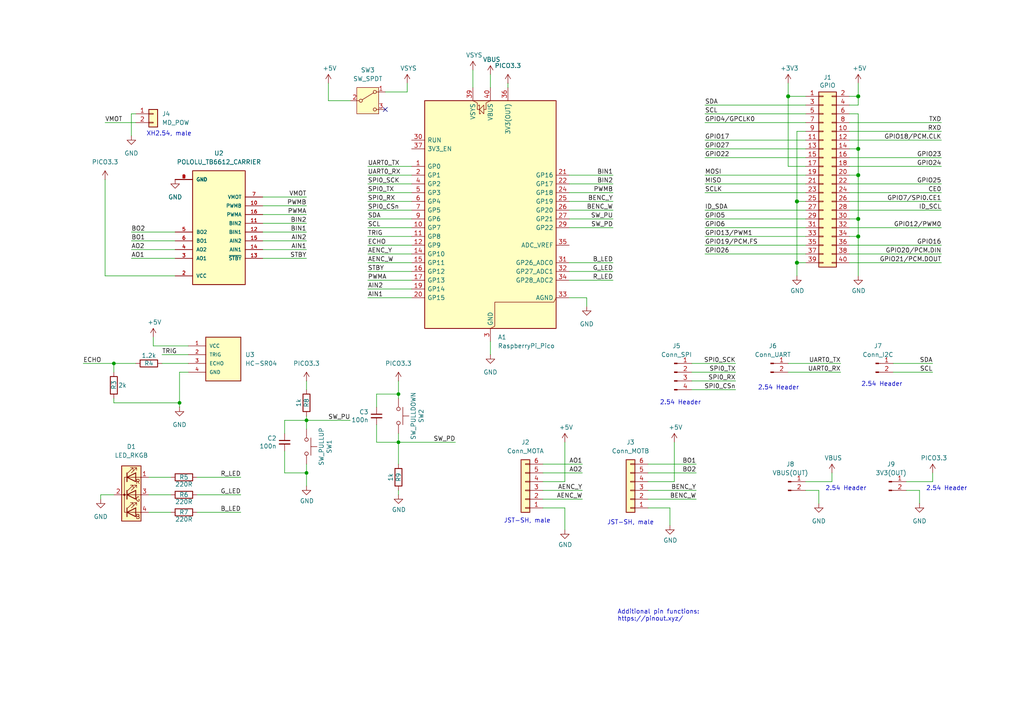
<source format=kicad_sch>
(kicad_sch (version 20250114) (generator "eeschema") (generator_version "9.0")
  (paper "A4")
  (title_block (title "RPi Expansion for Pico and Motor Driver (The Cerebellum)") (date "2025-04-18") (rev "0.0.0"))
  (lib_symbols
    (symbol "+3.3V_1" (power) (pin_numbers (hide yes)) (pin_names (offset 0) (hide yes))
      (property "Value" "+3.3V" (at 0 3.556 0))
      (symbol "+3.3V_1_0_1"
        (polyline (pts (xy -0.762 1.27) (xy 0 2.54)))
        (polyline (pts (xy 0 2.54) (xy 0.762 1.27)))
        (polyline (pts (xy 0 0) (xy 0 2.54)))
      )
      (symbol "+3.3V_1_1_1"
        (pin power_in line (at 0 0 90) (length 0) (name "~") (number "1"))
      )
    )
    (symbol "Connector:Conn_01x02_Pin" (pin_names (offset 1.016) (hide yes))
      (property "Reference" "J" (at 0 2.54 0))
      (property "Value" "Conn_01x02_Pin" (at 0 -5.08 0))
      (symbol "Conn_01x02_Pin_1_1"
        (rectangle (start 0.8636 0.127) (end 0 -0.127) (stroke (width 0.1524)) (fill (type outline)))
        (rectangle (start 0.8636 -2.413) (end 0 -2.667) (stroke (width 0.1524)) (fill (type outline)))
        (polyline (pts (xy 1.27 0) (xy 0.8636 0)) (stroke (width 0.1524)))
        (polyline (pts (xy 1.27 -2.54) (xy 0.8636 -2.54)) (stroke (width 0.1524)))
        (pin passive line (at 5.08 0 180) (length 3.81) (name "Pin_1") (number "1"))
        (pin passive line (at 5.08 -2.54 180) (length 3.81) (name "Pin_2") (number "2"))
      )
    )
    (symbol "Connector:Conn_01x04_Pin" (pin_names (offset 1.016) (hide yes))
      (property "Reference" "J" (at 0 5.08 0))
      (property "Value" "Conn_01x04_Pin" (at 0 -7.62 0))
      (symbol "Conn_01x04_Pin_1_1"
        (rectangle (start 0.8636 2.667) (end 0 2.413) (stroke (width 0.1524)) (fill (type outline)))
        (rectangle (start 0.8636 0.127) (end 0 -0.127) (stroke (width 0.1524)) (fill (type outline)))
        (rectangle (start 0.8636 -2.413) (end 0 -2.667) (stroke (width 0.1524)) (fill (type outline)))
        (rectangle (start 0.8636 -4.953) (end 0 -5.207) (stroke (width 0.1524)) (fill (type outline)))
        (polyline (pts (xy 1.27 2.54) (xy 0.8636 2.54)) (stroke (width 0.1524)))
        (polyline (pts (xy 1.27 0) (xy 0.8636 0)) (stroke (width 0.1524)))
        (polyline (pts (xy 1.27 -2.54) (xy 0.8636 -2.54)) (stroke (width 0.1524)))
        (polyline (pts (xy 1.27 -5.08) (xy 0.8636 -5.08)) (stroke (width 0.1524)))
        (pin passive line (at 5.08 2.54 180) (length 3.81) (name "Pin_1") (number "1"))
        (pin passive line (at 5.08 0 180) (length 3.81) (name "Pin_2") (number "2"))
        (pin passive line (at 5.08 -2.54 180) (length 3.81) (name "Pin_3") (number "3"))
        (pin passive line (at 5.08 -5.08 180) (length 3.81) (name "Pin_4") (number "4"))
      )
    )
    (symbol "Connector_Generic:Conn_01x02" (pin_names (offset 1.016) (hide yes))
      (property "Reference" "J" (at 0 2.54 0))
      (property "Value" "Conn_01x02" (at 0 -5.08 0))
      (symbol "Conn_01x02_1_1"
        (rectangle (start -1.27 1.27) (end 1.27 -3.81) (stroke (width 0.254)) (fill (type background)))
        (rectangle (start -1.27 0.127) (end 0 -0.127) (stroke (width 0.1524)))
        (rectangle (start -1.27 -2.413) (end 0 -2.667) (stroke (width 0.1524)))
        (pin passive line (at -5.08 0 0) (length 3.81) (name "Pin_1") (number "1"))
        (pin passive line (at -5.08 -2.54 0) (length 3.81) (name "Pin_2") (number "2"))
      )
    )
    (symbol "Connector_Generic:Conn_01x06" (pin_names (offset 1.016) (hide yes))
      (property "Reference" "J" (at 0 7.62 0))
      (property "Value" "Conn_01x06" (at 0 -10.16 0))
      (symbol "Conn_01x06_1_1"
        (rectangle (start -1.27 6.35) (end 1.27 -8.89) (stroke (width 0.254)) (fill (type background)))
        (rectangle (start -1.27 5.207) (end 0 4.953) (stroke (width 0.1524)))
        (rectangle (start -1.27 2.667) (end 0 2.413) (stroke (width 0.1524)))
        (rectangle (start -1.27 0.127) (end 0 -0.127) (stroke (width 0.1524)))
        (rectangle (start -1.27 -2.413) (end 0 -2.667) (stroke (width 0.1524)))
        (rectangle (start -1.27 -4.953) (end 0 -5.207) (stroke (width 0.1524)))
        (rectangle (start -1.27 -7.493) (end 0 -7.747) (stroke (width 0.1524)))
        (pin passive line (at -5.08 5.08 0) (length 3.81) (name "Pin_1") (number "1"))
        (pin passive line (at -5.08 2.54 0) (length 3.81) (name "Pin_2") (number "2"))
        (pin passive line (at -5.08 0 0) (length 3.81) (name "Pin_3") (number "3"))
        (pin passive line (at -5.08 -2.54 0) (length 3.81) (name "Pin_4") (number "4"))
        (pin passive line (at -5.08 -5.08 0) (length 3.81) (name "Pin_5") (number "5"))
        (pin passive line (at -5.08 -7.62 0) (length 3.81) (name "Pin_6") (number "6"))
      )
    )
    (symbol "Connector_Generic:Conn_02x20_Odd_Even" (pin_names (offset 1.016) (hide yes))
      (property "Reference" "J" (at 1.27 25.4 0))
      (property "Value" "Conn_02x20_Odd_Even" (at 1.27 -27.94 0))
      (symbol "Conn_02x20_Odd_Even_1_1"
        (rectangle (start -1.27 24.13) (end 3.81 -26.67) (stroke (width 0.254)) (fill (type background)))
        (rectangle (start -1.27 22.987) (end 0 22.733) (stroke (width 0.1524)))
        (rectangle (start -1.27 20.447) (end 0 20.193) (stroke (width 0.1524)))
        (rectangle (start -1.27 17.907) (end 0 17.653) (stroke (width 0.1524)))
        (rectangle (start -1.27 15.367) (end 0 15.113) (stroke (width 0.1524)))
        (rectangle (start -1.27 12.827) (end 0 12.573) (stroke (width 0.1524)))
        (rectangle (start -1.27 10.287) (end 0 10.033) (stroke (width 0.1524)))
        (rectangle (start -1.27 7.747) (end 0 7.493) (stroke (width 0.1524)))
        (rectangle (start -1.27 5.207) (end 0 4.953) (stroke (width 0.1524)))
        (rectangle (start -1.27 2.667) (end 0 2.413) (stroke (width 0.1524)))
        (rectangle (start -1.27 0.127) (end 0 -0.127) (stroke (width 0.1524)))
        (rectangle (start -1.27 -2.413) (end 0 -2.667) (stroke (width 0.1524)))
        (rectangle (start -1.27 -4.953) (end 0 -5.207) (stroke (width 0.1524)))
        (rectangle (start -1.27 -7.493) (end 0 -7.747) (stroke (width 0.1524)))
        (rectangle (start -1.27 -10.033) (end 0 -10.287) (stroke (width 0.1524)))
        (rectangle (start -1.27 -12.573) (end 0 -12.827) (stroke (width 0.1524)))
        (rectangle (start -1.27 -15.113) (end 0 -15.367) (stroke (width 0.1524)))
        (rectangle (start -1.27 -17.653) (end 0 -17.907) (stroke (width 0.1524)))
        (rectangle (start -1.27 -20.193) (end 0 -20.447) (stroke (width 0.1524)))
        (rectangle (start -1.27 -22.733) (end 0 -22.987) (stroke (width 0.1524)))
        (rectangle (start -1.27 -25.273) (end 0 -25.527) (stroke (width 0.1524)))
        (rectangle (start 3.81 22.987) (end 2.54 22.733) (stroke (width 0.1524)))
        (rectangle (start 3.81 20.447) (end 2.54 20.193) (stroke (width 0.1524)))
        (rectangle (start 3.81 17.907) (end 2.54 17.653) (stroke (width 0.1524)))
        (rectangle (start 3.81 15.367) (end 2.54 15.113) (stroke (width 0.1524)))
        (rectangle (start 3.81 12.827) (end 2.54 12.573) (stroke (width 0.1524)))
        (rectangle (start 3.81 10.287) (end 2.54 10.033) (stroke (width 0.1524)))
        (rectangle (start 3.81 7.747) (end 2.54 7.493) (stroke (width 0.1524)))
        (rectangle (start 3.81 5.207) (end 2.54 4.953) (stroke (width 0.1524)))
        (rectangle (start 3.81 2.667) (end 2.54 2.413) (stroke (width 0.1524)))
        (rectangle (start 3.81 0.127) (end 2.54 -0.127) (stroke (width 0.1524)))
        (rectangle (start 3.81 -2.413) (end 2.54 -2.667) (stroke (width 0.1524)))
        (rectangle (start 3.81 -4.953) (end 2.54 -5.207) (stroke (width 0.1524)))
        (rectangle (start 3.81 -7.493) (end 2.54 -7.747) (stroke (width 0.1524)))
        (rectangle (start 3.81 -10.033) (end 2.54 -10.287) (stroke (width 0.1524)))
        (rectangle (start 3.81 -12.573) (end 2.54 -12.827) (stroke (width 0.1524)))
        (rectangle (start 3.81 -15.113) (end 2.54 -15.367) (stroke (width 0.1524)))
        (rectangle (start 3.81 -17.653) (end 2.54 -17.907) (stroke (width 0.1524)))
        (rectangle (start 3.81 -20.193) (end 2.54 -20.447) (stroke (width 0.1524)))
        (rectangle (start 3.81 -22.733) (end 2.54 -22.987) (stroke (width 0.1524)))
        (rectangle (start 3.81 -25.273) (end 2.54 -25.527) (stroke (width 0.1524)))
        (pin passive line (at -5.08 22.86 0) (length 3.81) (name "Pin_1") (number "1"))
        (pin passive line (at -5.08 20.32 0) (length 3.81) (name "Pin_3") (number "3"))
        (pin passive line (at -5.08 17.78 0) (length 3.81) (name "Pin_5") (number "5"))
        (pin passive line (at -5.08 15.24 0) (length 3.81) (name "Pin_7") (number "7"))
        (pin passive line (at -5.08 12.7 0) (length 3.81) (name "Pin_9") (number "9"))
        (pin passive line (at -5.08 10.16 0) (length 3.81) (name "Pin_11") (number "11"))
        (pin passive line (at -5.08 7.62 0) (length 3.81) (name "Pin_13") (number "13"))
        (pin passive line (at -5.08 5.08 0) (length 3.81) (name "Pin_15") (number "15"))
        (pin passive line (at -5.08 2.54 0) (length 3.81) (name "Pin_17") (number "17"))
        (pin passive line (at -5.08 0 0) (length 3.81) (name "Pin_19") (number "19"))
        (pin passive line (at -5.08 -2.54 0) (length 3.81) (name "Pin_21") (number "21"))
        (pin passive line (at -5.08 -5.08 0) (length 3.81) (name "Pin_23") (number "23"))
        (pin passive line (at -5.08 -7.62 0) (length 3.81) (name "Pin_25") (number "25"))
        (pin passive line (at -5.08 -10.16 0) (length 3.81) (name "Pin_27") (number "27"))
        (pin passive line (at -5.08 -12.7 0) (length 3.81) (name "Pin_29") (number "29"))
        (pin passive line (at -5.08 -15.24 0) (length 3.81) (name "Pin_31") (number "31"))
        (pin passive line (at -5.08 -17.78 0) (length 3.81) (name "Pin_33") (number "33"))
        (pin passive line (at -5.08 -20.32 0) (length 3.81) (name "Pin_35") (number "35"))
        (pin passive line (at -5.08 -22.86 0) (length 3.81) (name "Pin_37") (number "37"))
        (pin passive line (at -5.08 -25.4 0) (length 3.81) (name "Pin_39") (number "39"))
        (pin passive line (at 7.62 22.86 180) (length 3.81) (name "Pin_2") (number "2"))
        (pin passive line (at 7.62 20.32 180) (length 3.81) (name "Pin_4") (number "4"))
        (pin passive line (at 7.62 17.78 180) (length 3.81) (name "Pin_6") (number "6"))
        (pin passive line (at 7.62 15.24 180) (length 3.81) (name "Pin_8") (number "8"))
        (pin passive line (at 7.62 12.7 180) (length 3.81) (name "Pin_10") (number "10"))
        (pin passive line (at 7.62 10.16 180) (length 3.81) (name "Pin_12") (number "12"))
        (pin passive line (at 7.62 7.62 180) (length 3.81) (name "Pin_14") (number "14"))
        (pin passive line (at 7.62 5.08 180) (length 3.81) (name "Pin_16") (number "16"))
        (pin passive line (at 7.62 2.54 180) (length 3.81) (name "Pin_18") (number "18"))
        (pin passive line (at 7.62 0 180) (length 3.81) (name "Pin_20") (number "20"))
        (pin passive line (at 7.62 -2.54 180) (length 3.81) (name "Pin_22") (number "22"))
        (pin passive line (at 7.62 -5.08 180) (length 3.81) (name "Pin_24") (number "24"))
        (pin passive line (at 7.62 -7.62 180) (length 3.81) (name "Pin_26") (number "26"))
        (pin passive line (at 7.62 -10.16 180) (length 3.81) (name "Pin_28") (number "28"))
        (pin passive line (at 7.62 -12.7 180) (length 3.81) (name "Pin_30") (number "30"))
        (pin passive line (at 7.62 -15.24 180) (length 3.81) (name "Pin_32") (number "32"))
        (pin passive line (at 7.62 -17.78 180) (length 3.81) (name "Pin_34") (number "34"))
        (pin passive line (at 7.62 -20.32 180) (length 3.81) (name "Pin_36") (number "36"))
        (pin passive line (at 7.62 -22.86 180) (length 3.81) (name "Pin_38") (number "38"))
        (pin passive line (at 7.62 -25.4 180) (length 3.81) (name "Pin_40") (number "40"))
      )
    )
    (symbol "Device:C_Small" (pin_numbers (hide yes)) (pin_names (offset 0.254) (hide yes))
      (property "Reference" "C" (at 0.254 1.778 0))
      (property "Value" "C_Small" (at 0.254 -2.032 0))
      (symbol "C_Small_0_1"
        (polyline (pts (xy -1.524 0.508) (xy 1.524 0.508)) (stroke (width 0.3048)))
        (polyline (pts (xy -1.524 -0.508) (xy 1.524 -0.508)) (stroke (width 0.3302)))
      )
      (symbol "C_Small_1_1"
        (pin passive line (at 0 2.54 270) (length 2.032) (name "~") (number "1"))
        (pin passive line (at 0 -2.54 90) (length 2.032) (name "~") (number "2"))
      )
    )
    (symbol "Device:LED_RKGB" (pin_names (offset 0) (hide yes))
      (property "Reference" "D" (at 0 9.398 0))
      (property "Value" "LED_RKGB" (at 0 -8.89 0))
      (symbol "LED_RKGB_0_0"
        (text "R" (at 1.905 3.81 0) (effects (font (size 1.27 1.27))))
        (text "G" (at 1.905 -1.27 0) (effects (font (size 1.27 1.27))))
        (text "B" (at 1.905 -6.35 0) (effects (font (size 1.27 1.27))))
      )
      (symbol "LED_RKGB_0_1"
        (circle (center -2.032 0) (radius 0.254) (fill (type outline)))
        (polyline (pts (xy -1.27 6.35) (xy -1.27 3.81)) (stroke (width 0.254)))
        (polyline (pts (xy -1.27 6.35) (xy -1.27 3.81) (xy -1.27 3.81)))
        (polyline (pts (xy -1.27 5.08) (xy 1.27 5.08)))
        (polyline (pts (xy -1.27 5.08) (xy -2.032 5.08) (xy -2.032 -5.08) (xy -1.016 -5.08)))
        (polyline (pts (xy -1.27 1.27) (xy -1.27 -1.27)) (stroke (width 0.254)))
        (polyline (pts (xy -1.27 1.27) (xy -1.27 -1.27) (xy -1.27 -1.27)))
        (polyline (pts (xy -1.27 0) (xy -2.54 0)))
        (polyline (pts (xy -1.27 -3.81) (xy -1.27 -6.35)) (stroke (width 0.254)))
        (polyline (pts (xy -1.27 -5.08) (xy 1.27 -5.08)))
        (polyline (pts (xy -1.016 6.35) (xy 0.508 7.874) (xy -0.254 7.874) (xy 0.508 7.874) (xy 0.508 7.112)))
        (polyline (pts (xy -1.016 1.27) (xy 0.508 2.794) (xy -0.254 2.794) (xy 0.508 2.794) (xy 0.508 2.032)))
        (polyline (pts (xy -1.016 -3.81) (xy 0.508 -2.286) (xy -0.254 -2.286) (xy 0.508 -2.286) (xy 0.508 -3.048)))
        (polyline (pts (xy 0 6.35) (xy 1.524 7.874) (xy 0.762 7.874) (xy 1.524 7.874) (xy 1.524 7.112)))
        (polyline (pts (xy 0 1.27) (xy 1.524 2.794) (xy 0.762 2.794) (xy 1.524 2.794) (xy 1.524 2.032)))
        (polyline (pts (xy 0 -3.81) (xy 1.524 -2.286) (xy 0.762 -2.286) (xy 1.524 -2.286) (xy 1.524 -3.048)))
        (polyline (pts (xy 1.27 6.35) (xy 1.27 3.81) (xy -1.27 5.08) (xy 1.27 6.35)) (stroke (width 0.254)))
        (rectangle (start 1.27 6.35) (end 1.27 6.35))
        (polyline (pts (xy 1.27 5.08) (xy 2.54 5.08)))
        (rectangle (start 1.27 3.81) (end 1.27 6.35))
        (polyline (pts (xy 1.27 1.27) (xy 1.27 -1.27) (xy -1.27 0) (xy 1.27 1.27)) (stroke (width 0.254)))
        (rectangle (start 1.27 1.27) (end 1.27 1.27))
        (polyline (pts (xy 1.27 0) (xy -1.27 0)))
        (polyline (pts (xy 1.27 0) (xy 2.54 0)))
        (rectangle (start 1.27 -1.27) (end 1.27 1.27))
        (polyline (pts (xy 1.27 -3.81) (xy 1.27 -6.35) (xy -1.27 -5.08) (xy 1.27 -3.81)) (stroke (width 0.254)))
        (polyline (pts (xy 1.27 -5.08) (xy 2.54 -5.08)))
        (rectangle (start 2.794 8.382) (end -2.794 -7.62) (stroke (width 0.254)) (fill (type background)))
      )
      (symbol "LED_RKGB_1_1"
        (pin passive line (at -5.08 0 0) (length 2.54) (name "K") (number "2"))
        (pin passive line (at 5.08 5.08 180) (length 2.54) (name "RA") (number "1"))
        (pin passive line (at 5.08 0 180) (length 2.54) (name "GA") (number "3"))
        (pin passive line (at 5.08 -5.08 180) (length 2.54) (name "BA") (number "4"))
      )
    )
    (symbol "Device:R" (pin_numbers (hide yes)) (pin_names (offset 0))
      (property "Reference" "R" (at 2.032 0 90))
      (property "Value" "R" (at 0 0 90))
      (symbol "R_0_1"
        (rectangle (start -1.016 -2.54) (end 1.016 2.54) (stroke (width 0.254)))
      )
      (symbol "R_1_1"
        (pin passive line (at 0 3.81 270) (length 1.27) (name "~") (number "1"))
        (pin passive line (at 0 -3.81 90) (length 1.27) (name "~") (number "2"))
      )
    )
    (symbol "GND_1" (power) (pin_numbers (hide yes)) (pin_names (offset 0) (hide yes))
      (property "Value" "GND" (at 0 -3.81 0))
      (symbol "GND_1_0_1"
        (polyline (pts (xy 0 0) (xy 0 -1.27) (xy 1.27 -1.27) (xy 0 -2.54) (xy -1.27 -1.27) (xy 0 -1.27)))
      )
      (symbol "GND_1_1_1"
        (pin power_in line (at 0 0 270) (length 0) (name "~") (number "1"))
      )
    )
    (symbol "HC-SR04:HC-SR04" (pin_names (offset 1.016))
      (property "Reference" "U" (at 0 5.0813 0))
      (property "Value" "HC-SR04" (at 0 -10.163 0))
      (symbol "HC-SR04_0_0"
        (rectangle (start 0 -7.62) (end 10.16 5.08) (stroke (width 0.254)) (fill (type background)))
        (pin power_in line (at -5.08 2.54 0) (length 5.08) (name "VCC") (number "1"))
        (pin bidirectional line (at -5.08 0 0) (length 5.08) (name "TRIG") (number "2"))
        (pin bidirectional line (at -5.08 -2.54 0) (length 5.08) (name "ECHO") (number "3"))
        (pin power_in line (at -5.08 -5.08 0) (length 5.08) (name "GND") (number "4"))
      )
    )
    (symbol "POLOLU_TB6612:POLOLU-713" (pin_names (offset 1.016))
      (property "Reference" "U1" (at 0 20.32 0))
      (property "Value" "POLOLU_TB6612_CARRIER" (at 0 17.78 0))
      (symbol "POLOLU-713_0_0"
        (rectangle (start -7.62 -17.78) (end 7.62 15.24) (stroke (width 0.254)) (fill (type background)))
        (pin input line (at -12.7 7.62 0) (length 5.08) (name "~{STBY}") (number "13"))
        (pin input line (at -12.7 5.08 0) (length 5.08) (name "AIN1") (number "14"))
        (pin input line (at -12.7 2.54 0) (length 5.08) (name "AIN2") (number "15"))
        (pin input line (at -12.7 0 0) (length 5.08) (name "BIN1") (number "12"))
        (pin input line (at -12.7 -2.54 0) (length 5.08) (name "BIN2") (number "11"))
        (pin input line (at -12.7 -5.08 0) (length 5.08) (name "PWMA") (number "16"))
        (pin input line (at -12.7 -7.62 0) (length 5.08) (name "PWMB") (number "10"))
        (pin input line (at -12.7 -10.16 0) (length 5.08) (name "VMOT") (number "7"))
        (pin power_in line (at 12.7 12.7 180) (length 5.08) (name "VCC") (number "2"))
        (pin output line (at 12.7 7.62 180) (length 5.08) (name "AO1") (number "3"))
        (pin output line (at 12.7 5.08 180) (length 5.08) (name "AO2") (number "4"))
        (pin output line (at 12.7 2.54 180) (length 5.08) (name "BO1") (number "6"))
        (pin output line (at 12.7 0 180) (length 5.08) (name "BO2") (number "5"))
        (pin power_in line (at 12.7 -15.24 180) (length 5.08) (name "GND") (number "1"))
        (pin power_in line (at 12.7 -15.24 180) (length 5.08) (name "GND") (number "8"))
        (pin power_in line (at 12.7 -15.24 180) (length 5.08) (name "GND") (number "9"))
      )
    )
    (symbol "RaspberryPi_Pico:RaspberryPi_Pico" (pin_names (offset 0.762))
      (property "Reference" "A" (at -19.05 35.56 0))
      (property "Value" "RaspberryPi_Pico" (at 7.62 35.56 0))
      (symbol "RaspberryPi_Pico_0_1"
        (rectangle (start -19.05 34.29) (end 19.05 -31.75) (stroke (width 0.254)) (fill (type background)))
        (polyline (pts (xy -5.08 34.29) (xy -3.81 33.655) (xy -3.81 31.75) (xy -3.175 31.75)))
        (polyline (pts (xy -3.429 32.766) (xy -3.429 33.02) (xy -3.175 33.02) (xy -3.175 30.48) (xy -2.921 30.48) (xy -2.921 30.734)))
        (polyline (pts (xy -3.175 31.75) (xy -1.905 33.02) (xy -1.905 30.48) (xy -3.175 31.75)))
        (polyline (pts (xy 0 34.29) (xy -1.27 33.655) (xy -1.27 31.75) (xy -1.905 31.75)))
        (polyline (pts (xy 0 -31.75) (xy 1.27 -31.115) (xy 1.27 -24.13) (xy 18.415 -24.13) (xy 19.05 -22.86)))
      )
      (symbol "RaspberryPi_Pico_1_1"
        (pin passive line (at -22.86 22.86 0) (length 3.81) (name "RUN") (number "30"))
        (pin passive line (at -22.86 20.32 0) (length 3.81) (name "3V3_EN") (number "37"))
        (pin bidirectional line (at -22.86 15.24 0) (length 3.81) (name "GP0") (number "1"))
        (pin bidirectional line (at -22.86 12.7 0) (length 3.81) (name "GP1") (number "2"))
        (pin bidirectional line (at -22.86 10.16 0) (length 3.81) (name "GP2") (number "4"))
        (pin bidirectional line (at -22.86 7.62 0) (length 3.81) (name "GP3") (number "5"))
        (pin bidirectional line (at -22.86 5.08 0) (length 3.81) (name "GP4") (number "6"))
        (pin bidirectional line (at -22.86 2.54 0) (length 3.81) (name "GP5") (number "7"))
        (pin bidirectional line (at -22.86 0 0) (length 3.81) (name "GP6") (number "9"))
        (pin bidirectional line (at -22.86 -2.54 0) (length 3.81) (name "GP7") (number "10"))
        (pin bidirectional line (at -22.86 -5.08 0) (length 3.81) (name "GP8") (number "11"))
        (pin bidirectional line (at -22.86 -7.62 0) (length 3.81) (name "GP9") (number "12"))
        (pin bidirectional line (at -22.86 -10.16 0) (length 3.81) (name "GP10") (number "14"))
        (pin bidirectional line (at -22.86 -12.7 0) (length 3.81) (name "GP11") (number "15"))
        (pin bidirectional line (at -22.86 -15.24 0) (length 3.81) (name "GP12") (number "16"))
        (pin bidirectional line (at -22.86 -17.78 0) (length 3.81) (name "GP13") (number "17"))
        (pin bidirectional line (at -22.86 -20.32 0) (length 3.81) (name "GP14") (number "19"))
        (pin bidirectional line (at -22.86 -22.86 0) (length 3.81) (name "GP15") (number "20"))
        (pin power_in line (at -5.08 38.1 270) (length 3.81) (name "VSYS") (number "39"))
        (pin power_out line (at 0 38.1 270) (length 3.81) (name "VBUS") (number "40"))
        (pin passive line (at 0 -35.56 90) (length 3.81) (hide yes) (name "GND") (number "13"))
        (pin passive line (at 0 -35.56 90) (length 3.81) (hide yes) (name "GND") (number "18"))
        (pin passive line (at 0 -35.56 90) (length 3.81) (hide yes) (name "GND") (number "23"))
        (pin passive line (at 0 -35.56 90) (length 3.81) (hide yes) (name "GND") (number "28"))
        (pin power_out line (at 0 -35.56 90) (length 3.81) (name "GND") (number "3"))
        (pin passive line (at 0 -35.56 90) (length 3.81) (hide yes) (name "GND") (number "38"))
        (pin passive line (at 0 -35.56 90) (length 3.81) (hide yes) (name "GND") (number "8"))
        (pin power_out line (at 5.08 38.1 270) (length 3.81) (name "3V3(OUT)") (number "36"))
        (pin bidirectional line (at 22.86 12.7 180) (length 3.81) (name "GP16") (number "21"))
        (pin bidirectional line (at 22.86 10.16 180) (length 3.81) (name "GP17") (number "22"))
        (pin bidirectional line (at 22.86 7.62 180) (length 3.81) (name "GP18") (number "24"))
        (pin bidirectional line (at 22.86 5.08 180) (length 3.81) (name "GP19") (number "25"))
        (pin bidirectional line (at 22.86 2.54 180) (length 3.81) (name "GP20") (number "26"))
        (pin bidirectional line (at 22.86 0 180) (length 3.81) (name "GP21") (number "27"))
        (pin bidirectional line (at 22.86 -2.54 180) (length 3.81) (name "GP22") (number "29"))
        (pin power_in line (at 22.86 -7.62 180) (length 3.81) (name "ADC_VREF") (number "35"))
        (pin bidirectional line (at 22.86 -12.7 180) (length 3.81) (name "GP26_ADC0") (number "31"))
        (pin bidirectional line (at 22.86 -15.24 180) (length 3.81) (name "GP27_ADC1") (number "32"))
        (pin bidirectional line (at 22.86 -17.78 180) (length 3.81) (name "GP28_ADC2") (number "34"))
        (pin power_out line (at 22.86 -22.86 180) (length 3.81) (name "AGND") (number "33"))
      )
    )
    (symbol "Switch:SW_Push" (pin_numbers (hide yes)) (pin_names (offset 1.016) (hide yes))
      (property "Reference" "SW" (at 1.27 2.54 0))
      (property "Value" "SW_Push" (at 0 -1.524 0))
      (symbol "SW_Push_0_1"
        (circle (center -2.032 0) (radius 0.508))
        (polyline (pts (xy 0 1.27) (xy 0 3.048)))
        (circle (center 2.032 0) (radius 0.508))
        (polyline (pts (xy 2.54 1.27) (xy -2.54 1.27)))
        (pin passive line (at -5.08 0 0) (length 2.54) (name "1") (number "1"))
        (pin passive line (at 5.08 0 180) (length 2.54) (name "2") (number "2"))
      )
    )
    (symbol "Switch:SW_SPDT" (pin_names (offset 0) (hide yes))
      (property "Reference" "SW" (at 0 5.08 0))
      (property "Value" "SW_SPDT" (at 0 -5.08 0))
      (symbol "SW_SPDT_0_1"
        (circle (center -2.032 0) (radius 0.4572))
        (polyline (pts (xy -1.651 0.254) (xy 1.651 2.286)))
        (circle (center 2.032 2.54) (radius 0.4572))
        (circle (center 2.032 -2.54) (radius 0.4572))
      )
      (symbol "SW_SPDT_1_1"
        (rectangle (start -3.175 3.81) (end 3.175 -3.81) (fill (type background)))
        (pin passive line (at -5.08 0 0) (length 2.54) (name "B") (number "2"))
        (pin passive line (at 5.08 2.54 180) (length 2.54) (name "A") (number "1"))
        (pin passive line (at 5.08 -2.54 180) (length 2.54) (name "C") (number "3"))
      )
    )
    (symbol "power:+3.3V" (power) (pin_names (offset 0))
      (property "Value" "+3.3V" (at 0 3.556 0))
      (symbol "+3.3V_0_1"
        (polyline (pts (xy -0.762 1.27) (xy 0 2.54)))
        (polyline (pts (xy 0 2.54) (xy 0.762 1.27)))
        (polyline (pts (xy 0 0) (xy 0 2.54)))
      )
      (symbol "+3.3V_1_1"
        (pin power_in line (at 0 0 90) (length 0) (hide yes) (name "+3V3") (number "1"))
      )
    )
    (symbol "power:+5V" (power) (pin_names (offset 0))
      (property "Value" "+5V" (at 0 3.556 0))
      (symbol "+5V_0_1"
        (polyline (pts (xy -0.762 1.27) (xy 0 2.54)))
        (polyline (pts (xy 0 2.54) (xy 0.762 1.27)))
        (polyline (pts (xy 0 0) (xy 0 2.54)))
      )
      (symbol "+5V_1_1"
        (pin power_in line (at 0 0 90) (length 0) (hide yes) (name "+5V") (number "1"))
      )
    )
    (symbol "power:GND" (power) (pin_names (offset 0))
      (property "Value" "GND" (at 0 -3.81 0))
      (symbol "GND_0_1"
        (polyline (pts (xy 0 0) (xy 0 -1.27) (xy 1.27 -1.27) (xy 0 -2.54) (xy -1.27 -1.27) (xy 0 -1.27)))
      )
      (symbol "GND_1_1"
        (pin power_in line (at 0 0 270) (length 0) (hide yes) (name "GND") (number "1"))
      )
    )
  )
  (text "JST-SH, male" (at 152.908 151.13 0) (effects (font (size 1.27 1.27))))
  (text "Additional pin functions:\nhttps://pinout.xyz/" (at 179.07 180.34 0) (effects (font (size 1.27 1.27)) (justify left bottom)))
  (text "2.54 Header" (at 255.778 111.506 0) (effects (font (size 1.27 1.27))))
  (text "JST-SH, male" (at 182.88 151.638 0) (effects (font (size 1.27 1.27))))
  (text "2.54 Header" (at 197.358 116.84 0) (effects (font (size 1.27 1.27))))
  (text "XH2.54, male" (at 49.022 38.862 0) (effects (font (size 1.27 1.27))))
  (text "2.54 Header" (at 245.364 141.732 0) (effects (font (size 1.27 1.27))))
  (text "2.54 Header" (at 274.574 141.732 0) (effects (font (size 1.27 1.27))))
  (text "2.54 Header" (at 225.806 112.522 0) (effects (font (size 1.27 1.27))))
  (junction (at 248.92 27.94) (diameter 1.016))
  (junction (at 248.92 43.18) (diameter 1.016))
  (junction (at 115.57 128.27))
  (junction (at 88.9 121.92))
  (junction (at 231.14 76.2) (diameter 1.016))
  (junction (at 231.14 58.42) (diameter 1.016))
  (junction (at 115.57 114.3))
  (junction (at 33.02 105.41))
  (junction (at 248.92 68.58) (diameter 1.016))
  (junction (at 248.92 63.5) (diameter 1.016))
  (junction (at 248.92 50.8) (diameter 1.016))
  (junction (at 52.07 116.84))
  (junction (at 88.9 137.16))
  (junction (at 228.6 27.94) (diameter 1.016))
  (no_connect (at 111.76 31.75))
  (wire (pts (xy 46.99 102.87) (xy 54.61 102.87)))
  (wire (pts (xy 231.14 58.42) (xy 231.14 76.2)))
  (wire (pts (xy 246.38 58.42) (xy 273.05 58.42)))
  (wire (pts (xy 82.55 125.73) (xy 82.55 121.92)))
  (wire (pts (xy 30.48 52.07) (xy 30.48 80.01)))
  (wire (pts (xy 233.68 40.64) (xy 204.47 40.64)))
  (wire (pts (xy 109.22 114.3) (xy 115.57 114.3)))
  (wire (pts (xy 82.55 130.81) (xy 82.55 137.16)))
  (wire (pts (xy 43.18 138.43) (xy 49.53 138.43)))
  (wire (pts (xy 24.13 105.41) (xy 33.02 105.41)))
  (wire (pts (xy 115.57 128.27) (xy 115.57 134.62)))
  (wire (pts (xy 39.37 105.41) (xy 33.02 105.41)))
  (wire (pts (xy 248.92 33.02) (xy 248.92 43.18)))
  (wire (pts (xy 248.92 50.8) (xy 246.38 50.8)))
  (wire (pts (xy 187.96 142.24) (xy 201.93 142.24)))
  (wire (pts (xy 237.49 142.24) (xy 237.49 146.05)))
  (wire (pts (xy 163.83 147.32) (xy 163.83 153.67)))
  (wire (pts (xy 76.2 64.77) (xy 88.9 64.77)))
  (wire (pts (xy 165.1 76.2) (xy 177.8 76.2)))
  (wire (pts (xy 142.24 99.06) (xy 142.24 102.87)))
  (wire (pts (xy 248.92 63.5) (xy 248.92 68.58)))
  (wire (pts (xy 233.68 142.24) (xy 237.49 142.24)))
  (wire (pts (xy 262.89 142.24) (xy 266.7 142.24)))
  (wire (pts (xy 38.1 33.02) (xy 39.37 33.02)))
  (wire (pts (xy 165.1 63.5) (xy 177.8 63.5)))
  (wire (pts (xy 106.68 86.36) (xy 119.38 86.36)))
  (wire (pts (xy 106.68 73.66) (xy 119.38 73.66)))
  (wire (pts (xy 248.92 50.8) (xy 248.92 63.5)))
  (wire (pts (xy 165.1 66.04) (xy 177.8 66.04)))
  (wire (pts (xy 246.38 35.56) (xy 273.05 35.56)))
  (wire (pts (xy 43.18 148.59) (xy 49.53 148.59)))
  (wire (pts (xy 231.14 38.1) (xy 231.14 58.42)))
  (wire (pts (xy 157.48 147.32) (xy 163.83 147.32)))
  (wire (pts (xy 118.11 26.67) (xy 118.11 24.13)))
  (wire (pts (xy 147.32 25.4) (xy 147.32 24.13)))
  (wire (pts (xy 200.66 105.41) (xy 213.36 105.41)))
  (wire (pts (xy 231.14 38.1) (xy 233.68 38.1)))
  (wire (pts (xy 109.22 128.27) (xy 115.57 128.27)))
  (wire (pts (xy 246.38 55.88) (xy 273.05 55.88)))
  (wire (pts (xy 233.68 60.96) (xy 204.47 60.96)))
  (wire (pts (xy 270.51 139.7) (xy 270.51 137.16)))
  (wire (pts (xy 76.2 59.69) (xy 88.9 59.69)))
  (wire (pts (xy 88.9 134.62) (xy 88.9 137.16)))
  (wire (pts (xy 204.47 63.5) (xy 233.68 63.5)))
  (wire (pts (xy 88.9 121.92) (xy 101.6 121.92)))
  (wire (pts (xy 187.96 134.62) (xy 201.93 134.62)))
  (wire (pts (xy 106.68 71.12) (xy 119.38 71.12)))
  (wire (pts (xy 228.6 105.41) (xy 243.84 105.41)))
  (wire (pts (xy 262.89 139.7) (xy 270.51 139.7)))
  (wire (pts (xy 165.1 53.34) (xy 177.8 53.34)))
  (wire (pts (xy 106.68 50.8) (xy 119.38 50.8)))
  (wire (pts (xy 52.07 107.95) (xy 52.07 116.84)))
  (wire (pts (xy 231.14 58.42) (xy 233.68 58.42)))
  (wire (pts (xy 88.9 137.16) (xy 88.9 140.97)))
  (wire (pts (xy 95.25 29.21) (xy 101.6 29.21)))
  (wire (pts (xy 57.15 138.43) (xy 69.85 138.43)))
  (wire (pts (xy 165.1 58.42) (xy 177.8 58.42)))
  (wire (pts (xy 165.1 81.28) (xy 177.8 81.28)))
  (wire (pts (xy 106.68 78.74) (xy 119.38 78.74)))
  (wire (pts (xy 246.38 45.72) (xy 273.05 45.72)))
  (wire (pts (xy 76.2 72.39) (xy 88.9 72.39)))
  (wire (pts (xy 157.48 134.62) (xy 168.91 134.62)))
  (wire (pts (xy 115.57 128.27) (xy 132.08 128.27)))
  (wire (pts (xy 194.31 147.32) (xy 194.31 152.4)))
  (wire (pts (xy 106.68 60.96) (xy 119.38 60.96)))
  (wire (pts (xy 106.68 68.58) (xy 119.38 68.58)))
  (wire (pts (xy 246.38 76.2) (xy 273.05 76.2)))
  (wire (pts (xy 231.14 76.2) (xy 231.14 80.01)))
  (wire (pts (xy 204.47 43.18) (xy 233.68 43.18)))
  (wire (pts (xy 228.6 24.13) (xy 228.6 27.94)))
  (wire (pts (xy 200.66 113.03) (xy 213.36 113.03)))
  (wire (pts (xy 95.25 24.13) (xy 95.25 29.21)))
  (wire (pts (xy 241.3 139.7) (xy 241.3 137.16)))
  (wire (pts (xy 248.92 68.58) (xy 246.38 68.58)))
  (wire (pts (xy 200.66 107.95) (xy 213.36 107.95)))
  (wire (pts (xy 29.21 143.51) (xy 29.21 144.78)))
  (wire (pts (xy 187.96 144.78) (xy 201.93 144.78)))
  (wire (pts (xy 204.47 33.02) (xy 233.68 33.02)))
  (wire (pts (xy 54.61 107.95) (xy 52.07 107.95)))
  (wire (pts (xy 165.1 55.88) (xy 177.8 55.88)))
  (wire (pts (xy 200.66 110.49) (xy 213.36 110.49)))
  (wire (pts (xy 204.47 55.88) (xy 233.68 55.88)))
  (wire (pts (xy 115.57 114.3) (xy 115.57 115.57)))
  (wire (pts (xy 82.55 137.16) (xy 88.9 137.16)))
  (wire (pts (xy 38.1 69.85) (xy 50.8 69.85)))
  (wire (pts (xy 142.24 21.59) (xy 142.24 25.4)))
  (wire (pts (xy 88.9 121.92) (xy 88.9 120.65)))
  (wire (pts (xy 228.6 48.26) (xy 233.68 48.26)))
  (wire (pts (xy 88.9 110.49) (xy 88.9 113.03)))
  (wire (pts (xy 233.68 30.48) (xy 204.47 30.48)))
  (wire (pts (xy 248.92 27.94) (xy 248.92 30.48)))
  (wire (pts (xy 38.1 33.02) (xy 38.1 39.37)))
  (wire (pts (xy 248.92 43.18) (xy 248.92 50.8)))
  (wire (pts (xy 246.38 40.64) (xy 273.05 40.64)))
  (wire (pts (xy 248.92 43.18) (xy 246.38 43.18)))
  (wire (pts (xy 248.92 24.13) (xy 248.92 27.94)))
  (wire (pts (xy 204.47 35.56) (xy 233.68 35.56)))
  (wire (pts (xy 259.08 105.41) (xy 270.51 105.41)))
  (wire (pts (xy 30.48 80.01) (xy 50.8 80.01)))
  (wire (pts (xy 248.92 27.94) (xy 246.38 27.94)))
  (wire (pts (xy 157.48 142.24) (xy 168.91 142.24)))
  (wire (pts (xy 228.6 27.94) (xy 228.6 48.26)))
  (wire (pts (xy 163.83 128.27) (xy 163.83 139.7)))
  (wire (pts (xy 246.38 48.26) (xy 273.05 48.26)))
  (wire (pts (xy 157.48 137.16) (xy 168.91 137.16)))
  (wire (pts (xy 246.38 38.1) (xy 273.05 38.1)))
  (wire (pts (xy 109.22 123.19) (xy 109.22 128.27)))
  (wire (pts (xy 115.57 142.24) (xy 115.57 143.51)))
  (wire (pts (xy 165.1 50.8) (xy 177.8 50.8)))
  (wire (pts (xy 204.47 45.72) (xy 233.68 45.72)))
  (wire (pts (xy 204.47 53.34) (xy 233.68 53.34)))
  (wire (pts (xy 54.61 100.33) (xy 44.45 100.33)))
  (wire (pts (xy 33.02 116.84) (xy 33.02 115.57)))
  (wire (pts (xy 165.1 78.74) (xy 177.8 78.74)))
  (wire (pts (xy 115.57 125.73) (xy 115.57 128.27)))
  (wire (pts (xy 106.68 58.42) (xy 119.38 58.42)))
  (wire (pts (xy 195.58 139.7) (xy 187.96 139.7)))
  (wire (pts (xy 204.47 66.04) (xy 233.68 66.04)))
  (wire (pts (xy 106.68 48.26) (xy 119.38 48.26)))
  (wire (pts (xy 248.92 30.48) (xy 246.38 30.48)))
  (wire (pts (xy 165.1 60.96) (xy 177.8 60.96)))
  (wire (pts (xy 106.68 66.04) (xy 119.38 66.04)))
  (wire (pts (xy 76.2 57.15) (xy 88.9 57.15)))
  (wire (pts (xy 204.47 71.12) (xy 233.68 71.12)))
  (wire (pts (xy 106.68 55.88) (xy 119.38 55.88)))
  (wire (pts (xy 246.38 71.12) (xy 273.05 71.12)))
  (wire (pts (xy 44.45 100.33) (xy 44.45 97.79)))
  (wire (pts (xy 33.02 105.41) (xy 33.02 107.95)))
  (wire (pts (xy 259.08 107.95) (xy 270.51 107.95)))
  (wire (pts (xy 165.1 86.36) (xy 170.18 86.36)))
  (wire (pts (xy 246.38 66.04) (xy 273.05 66.04)))
  (wire (pts (xy 231.14 76.2) (xy 233.68 76.2)))
  (wire (pts (xy 195.58 128.27) (xy 195.58 139.7)))
  (wire (pts (xy 82.55 121.92) (xy 88.9 121.92)))
  (wire (pts (xy 246.38 73.66) (xy 273.05 73.66)))
  (wire (pts (xy 88.9 124.46) (xy 88.9 121.92)))
  (wire (pts (xy 43.18 143.51) (xy 49.53 143.51)))
  (wire (pts (xy 106.68 76.2) (xy 119.38 76.2)))
  (wire (pts (xy 106.68 81.28) (xy 119.38 81.28)))
  (wire (pts (xy 248.92 33.02) (xy 246.38 33.02)))
  (wire (pts (xy 38.1 72.39) (xy 50.8 72.39)))
  (wire (pts (xy 57.15 148.59) (xy 69.85 148.59)))
  (wire (pts (xy 204.47 73.66) (xy 233.68 73.66)))
  (wire (pts (xy 228.6 107.95) (xy 243.84 107.95)))
  (wire (pts (xy 187.96 147.32) (xy 194.31 147.32)))
  (wire (pts (xy 106.68 83.82) (xy 119.38 83.82)))
  (wire (pts (xy 76.2 74.93) (xy 88.9 74.93)))
  (wire (pts (xy 33.02 116.84) (xy 52.07 116.84)))
  (wire (pts (xy 76.2 62.23) (xy 88.9 62.23)))
  (wire (pts (xy 106.68 63.5) (xy 119.38 63.5)))
  (wire (pts (xy 111.76 26.67) (xy 118.11 26.67)))
  (wire (pts (xy 76.2 67.31) (xy 88.9 67.31)))
  (wire (pts (xy 163.83 139.7) (xy 157.48 139.7)))
  (wire (pts (xy 106.68 53.34) (xy 119.38 53.34)))
  (wire (pts (xy 248.92 68.58) (xy 248.92 80.01)))
  (wire (pts (xy 246.38 53.34) (xy 273.05 53.34)))
  (wire (pts (xy 233.68 68.58) (xy 204.47 68.58)))
  (wire (pts (xy 170.18 86.36) (xy 170.18 88.9)))
  (wire (pts (xy 109.22 114.3) (xy 109.22 118.11)))
  (wire (pts (xy 248.92 63.5) (xy 246.38 63.5)))
  (wire (pts (xy 30.48 35.56) (xy 39.37 35.56)))
  (wire (pts (xy 157.48 144.78) (xy 168.91 144.78)))
  (wire (pts (xy 33.02 143.51) (xy 29.21 143.51)))
  (wire (pts (xy 52.07 116.84) (xy 52.07 118.11)))
  (wire (pts (xy 228.6 27.94) (xy 233.68 27.94)))
  (wire (pts (xy 266.7 142.24) (xy 266.7 146.05)))
  (wire (pts (xy 46.99 105.41) (xy 54.61 105.41)))
  (wire (pts (xy 76.2 69.85) (xy 88.9 69.85)))
  (wire (pts (xy 57.15 143.51) (xy 69.85 143.51)))
  (wire (pts (xy 38.1 67.31) (xy 50.8 67.31)))
  (wire (pts (xy 115.57 110.49) (xy 115.57 114.3)))
  (wire (pts (xy 187.96 137.16) (xy 201.93 137.16)))
  (wire (pts (xy 233.68 50.8) (xy 204.47 50.8)))
  (wire (pts (xy 246.38 60.96) (xy 273.05 60.96)))
  (wire (pts (xy 137.16 20.32) (xy 137.16 25.4)))
  (wire (pts (xy 233.68 139.7) (xy 241.3 139.7)))
  (wire (pts (xy 38.1 74.93) (xy 50.8 74.93)))
  (label "BO1" (at 38.1 69.85 0))
  (label "UART0_RX" (at 106.68 50.8 0))
  (label "ID_SDA" (at 204.47 60.96 0))
  (label "GPIO6" (at 204.47 66.04 0))
  (label "AENC_Y" (at 168.91 142.24 180))
  (label "ECHO" (at 106.68 71.12 0))
  (label "R_LED" (at 69.85 138.43 180))
  (label "BIN1" (at 88.9 67.31 180))
  (label "ID_SCL" (at 273.05 60.96 180))
  (label "GPIO5" (at 204.47 63.5 0))
  (label "BO2" (at 201.93 137.16 180))
  (label "AIN1" (at 88.9 72.39 180))
  (label "G_LED" (at 177.8 78.74 180))
  (label "SPI0_SCK" (at 106.68 53.34 0))
  (label "BENC_W" (at 177.8 60.96 180))
  (label "GPIO21{slash}PCM.DOUT" (at 273.05 76.2 180))
  (label "GPIO19{slash}PCM.FS" (at 204.47 71.12 0))
  (label "MOSI" (at 204.47 50.8 0))
  (label "MISO" (at 204.47 53.34 0))
  (label "SPI0_CSn" (at 213.36 113.03 180))
  (label "BENC_Y" (at 177.8 58.42 180))
  (label "BIN2" (at 88.9 64.77 180))
  (label "R_LED" (at 177.8 81.28 180))
  (label "VMOT" (at 88.9 57.15 180))
  (label "PWMB" (at 177.8 55.88 180))
  (label "GPIO23" (at 273.05 45.72 180))
  (label "AO2" (at 38.1 72.39 0))
  (label "AO2" (at 168.91 137.16 180))
  (label "SCL" (at 106.68 66.04 0))
  (label "GPIO4{slash}GPCLK0" (at 204.47 35.56 0))
  (label "ECHO" (at 24.13 105.41 0))
  (label "AIN2" (at 106.68 83.82 0))
  (label "B_LED" (at 69.85 148.59 180))
  (label "B_LED" (at 177.8 76.2 180))
  (label "SPI0_SCK" (at 213.36 105.41 180))
  (label "GPIO27" (at 204.47 43.18 0))
  (label "UART0_TX" (at 243.84 105.41 180))
  (label "GPIO26" (at 204.47 73.66 0))
  (label "TXD" (at 273.05 35.56 180))
  (label "CE0" (at 273.05 55.88 180))
  (label "RXD" (at 273.05 38.1 180))
  (label "BIN2" (at 177.8 53.34 180))
  (label "BO2" (at 38.1 67.31 0))
  (label "GPIO16" (at 273.05 71.12 180))
  (label "UART0_RX" (at 243.84 107.95 180))
  (label "AENC_W" (at 106.68 76.2 0))
  (label "SPI0_CSn" (at 106.68 60.96 0))
  (label "SW_PD" (at 177.8 66.04 180))
  (label "PWMB" (at 88.9 59.69 180))
  (label "GPIO22" (at 204.47 45.72 0))
  (label "SDA" (at 204.47 30.48 0))
  (label "PWMA" (at 106.68 81.28 0))
  (label "GPIO17" (at 204.47 40.64 0))
  (label "VMOT" (at 30.48 35.56 0))
  (label "AENC_Y" (at 106.68 73.66 0))
  (label "GPIO25" (at 273.05 53.34 180))
  (label "BIN1" (at 177.8 50.8 180))
  (label "SCL" (at 204.47 33.02 0))
  (label "BO1" (at 201.93 134.62 180))
  (label "GPIO18{slash}PCM.CLK" (at 273.05 40.64 180))
  (label "AIN2" (at 88.9 69.85 180))
  (label "SPI0_TX" (at 213.36 107.95 180))
  (label "GPIO12{slash}PWM0" (at 273.05 66.04 180))
  (label "AO1" (at 168.91 134.62 180))
  (label "TRIG" (at 106.68 68.58 0))
  (label "GPIO13{slash}PWM1" (at 204.47 68.58 0))
  (label "BENC_Y" (at 201.93 142.24 180))
  (label "GPIO20{slash}PCM.DIN" (at 273.05 73.66 180))
  (label "AIN1" (at 106.68 86.36 0))
  (label "GPIO24" (at 273.05 48.26 180))
  (label "SDA" (at 106.68 63.5 0))
  (label "GPIO7{slash}SPI0.CE1" (at 273.05 58.42 180))
  (label "PWMA" (at 88.9 62.23 180))
  (label "STBY" (at 106.68 78.74 0))
  (label "SPI0_RX" (at 213.36 110.49 180))
  (label "SDA" (at 270.51 105.41 180))
  (label "SW_PU" (at 101.6 121.92 180))
  (label "SW_PD" (at 132.08 128.27 180))
  (label "AO1" (at 38.1 74.93 0))
  (label "SCL" (at 270.51 107.95 180))
  (label "SPI0_RX" (at 106.68 58.42 0))
  (label "BENC_W" (at 201.93 144.78 180))
  (label "AENC_W" (at 168.91 144.78 180))
  (label "TRIG" (at 46.99 102.87 0))
  (label "SPI0_TX" (at 106.68 55.88 0))
  (label "UART0_TX" (at 106.68 48.26 0))
  (label "G_LED" (at 69.85 143.51 180))
  (label "SCLK" (at 204.47 55.88 0))
  (label "STBY" (at 88.9 74.93 180))
  (label "SW_PU" (at 177.8 63.5 180))
  (symbol (lib_id "power:+5V") (at 248.92 24.13 0) (unit 1)
    (property "Reference" "#PWR03" (effects (hide yes)))
    (property "Value" "+5V" (at 249.2883 19.8056 0))
  )
  (symbol (lib_id "power:+3.3V") (at 228.6 24.13 0) (unit 1)
    (property "Reference" "#PWR01" (effects (hide yes)))
    (property "Value" "+3V3" (at 228.9683 19.8056 0))
  )
  (symbol (lib_id "power:GND") (at 248.92 80.01 0) (unit 1)
    (property "Reference" "#PWR04" (effects (hide yes)))
    (property "Value" "GND" (at 249.0343 84.3344 0))
  )
  (symbol (lib_id "power:GND") (at 231.14 80.01 0) (unit 1)
    (property "Reference" "#PWR02" (effects (hide yes)))
    (property "Value" "GND" (at 231.2543 84.3344 0))
  )
  (symbol (lib_id "Connector_Generic:Conn_02x20_Odd_Even") (at 238.76 50.8 0) (unit 1)
    (property "Reference" "J1" (at 240.03 22.4598 0))
    (property "Value" "GPIO" (at 240.03 24.765 0))
    (property "Footprint" "Connector_PinSocket_2.54mm:PinSocket_2x20_P2.54mm_Vertical" (effects (hide yes)))
  )
  (symbol (lib_id "power:+5V") (at 44.45 97.79 0) (unit 1)
    (property "Reference" "#PWR014" (effects (hide yes)))
    (property "Value" "+5V" (at 44.8183 93.4656 0))
  )
  (symbol (lib_id "Device:R") (at 43.18 105.41 90) (unit 1)
    (property "Reference" "R4" (at 43.18 105.41 90))
    (property "Value" "1.2k" (at 43.18 103.124 90))
    (property "Footprint" "Resistor_SMD:R_1206_3216Metric_Pad1.30x1.75mm_HandSolder" (effects (hide yes)))
    (property "Description" "Resistor" (effects (hide yes)))
  )
  (symbol (lib_id "Connector:Conn_01x04_Pin") (at 195.58 107.95 0) (unit 1)
    (property "Reference" "J5" (at 196.215 100.33 0))
    (property "Value" "Conn_SPI" (at 196.215 102.87 0))
    (property "Footprint" "Connector_PinHeader_2.54mm:PinHeader_1x04_P2.54mm_Vertical" (effects (hide yes)))
    (property "Description" "Generic connector, single row, 01x04, script generated" (effects (hide yes)))
  )
  (symbol (lib_id "RaspberryPi_Pico:RaspberryPi_Pico") (at 142.24 63.5 0) (unit 1)
    (property "Reference" "A1" (at 144.3833 97.79 0) (effects (justify left)))
    (property "Value" "RaspberryPi_Pico" (at 144.3833 100.33 0) (effects (justify left)))
    (property "Footprint" "RaspberryPi_Pico:RaspberryPi_Pico_Common_THT" (effects (hide yes)))
    (property "Datasheet" "https://datasheets.raspberrypi.com/pico/pico-datasheet.pdf" (effects (hide yes)))
    (property "Description" "Versatile and inexpensive microcontroller module powered by RP2040 dual-core Arm Cortex-M0+ processor up to 133 MHz, 264kB SRAM, 2MB QSPI flash; also supports Raspberry Pi Pico 2" (effects (hide yes)))
  )
  (symbol (lib_id "power:+5V") (at 142.24 21.59 0) (unit 1)
    (property "Reference" "#PWR013" (effects (hide yes)))
    (property "Value" "VBUS" (at 142.6083 17.2656 0))
  )
  (symbol (lib_id "POLOLU_TB6612:POLOLU-713") (at 63.5 67.31 180) (unit 1)
    (property "Reference" "U2" (at 63.5 44.45 0))
    (property "Value" "POLOLU_TB6612_CARRIER" (at 63.5 46.99 0))
    (property "Footprint" "POLOLU_TB6612:POLOLU_TB6612" (effects (hide yes)))
    (property "MF" "Pololu" (effects (hide yes)))
    (property "Description_1" "DC-motor driver; IC: TB6612FNG; 100kHz; 1A; Uin mot: 4.5" (effects (hide yes)))
    (property "Package" "None" (effects (hide yes)))
    (property "Price" "None" (effects (hide yes)))
    (property "Check_prices" "https://www.snapeda.com/parts/POLOLU-713/Pololu/view-part/?ref=eda" (effects (hide yes)))
    (property "STANDARD" "Manufacturer recommendations" (effects (hide yes)))
    (property "SnapEDA_Link" "https://www.snapeda.com/parts/POLOLU-713/Pololu/view-part/?ref=snap" (effects (hide yes)))
    (property "MP" "POLOLU-713" (effects (hide yes)))
    (property "Availability" "Not in stock" (effects (hide yes)))
    (property "MANUFACTURER" "POLOLU" (effects (hide yes)))
  )
  (symbol (lib_id "HC-SR04:HC-SR04") (at 59.69 102.87 0) (unit 1)
    (property "Reference" "U3" (at 71.12 102.8699 0) (effects (justify left)))
    (property "Value" "HC-SR04" (at 71.12 105.4099 0) (effects (justify left)))
    (property "Footprint" "HC-SR04:XCVR_HC-SR04" (effects (hide yes)))
    (property "MF" "SparkFun Electronics" (effects (hide yes)))
    (property "Description_1" "HC-SR04 Ultrasonic Sensor Qwiic Platform Evaluation Expansion Board" (effects (hide yes)))
    (property "Package" "None" (effects (hide yes)))
    (property "Price" "None" (effects (hide yes)))
    (property "Check_prices" "https://www.snapeda.com/parts/HC-SR04/SparkFun/view-part/?ref=eda" (effects (hide yes)))
    (property "SnapEDA_Link" "https://www.snapeda.com/parts/HC-SR04/SparkFun/view-part/?ref=snap" (effects (hide yes)))
    (property "MP" "HC-SR04" (effects (hide yes)))
    (property "Availability" "Not in stock" (effects (hide yes)))
    (property "MANUFACTURER" "Osepp" (effects (hide yes)))
  )
  (symbol (lib_id "Device:C_Small") (at 109.22 120.65 0) (unit 1)
    (property "Reference" "C3" (at 106.8958 119.5006 0) (effects (justify right)))
    (property "Value" "100n" (at 106.8958 121.7993 0) (effects (justify right)))
    (property "Footprint" "Capacitor_SMD:C_0805_2012Metric_Pad1.18x1.45mm_HandSolder" (effects (hide yes)))
  )
  (symbol (lib_id "power:GND") (at 163.83 153.67 0) (unit 1)
    (property "Reference" "#PWR021" (effects (hide yes)))
    (property "Value" "GND" (at 163.9443 157.9944 0))
  )
  (symbol (lib_id "Connector_Generic:Conn_01x06") (at 182.88 142.24 180) (unit 1)
    (property "Reference" "J3" (at 182.88 128.27 0))
    (property "Value" "Conn_MOTB" (at 182.88 130.81 0))
    (property "Footprint" "Connector_JST:JST_SH_BM06B-SRSS-TB_1x06-1MP_P1.00mm_Vertical" (effects (hide yes)))
    (property "Description" "Generic connector, single row, 01x06, script generated (kicad-library-utils/schlib/autogen/connector/)" (effects (hide yes)))
  )
  (symbol (lib_id "Connector_Generic:Conn_01x02") (at 44.45 33.02 0) (unit 1)
    (property "Reference" "J4" (at 46.99 33.0199 0) (effects (justify left)))
    (property "Value" "MD_POW" (at 46.99 35.5599 0) (effects (justify left)))
    (property "Footprint" "Connector_PinHeader_2.54mm:PinHeader_1x02_P2.54mm_Horizontal" (effects (hide yes)))
    (property "Description" "Generic connector, single row, 01x02, script generated (kicad-library-utils/schlib/autogen/connector/)" (effects (hide yes)))
  )
  (symbol (lib_id "Device:R") (at 53.34 138.43 90) (unit 1)
    (property "Reference" "R5" (at 53.34 138.43 90))
    (property "Value" "220R" (at 53.34 140.462 90))
    (property "Footprint" "Resistor_THT:R_Axial_DIN0207_L6.3mm_D2.5mm_P10.16mm_Horizontal" (effects (hide yes)))
    (property "Description" "Resistor" (effects (hide yes)))
  )
  (symbol (lib_id "power:+5V") (at 270.51 137.16 0) (unit 1)
    (property "Reference" "#PWR032" (effects (hide yes)))
    (property "Value" "PICO3.3" (at 270.8783 132.8356 0))
  )
  (symbol (lib_id "Device:R") (at 53.34 143.51 90) (unit 1)
    (property "Reference" "R6" (at 53.34 143.51 90))
    (property "Value" "220R" (at 53.34 145.542 90))
    (property "Footprint" "Resistor_THT:R_Axial_DIN0207_L6.3mm_D2.5mm_P10.16mm_Horizontal" (effects (hide yes)))
    (property "Description" "Resistor" (effects (hide yes)))
  )
  (symbol (lib_id "Connector:Conn_01x02_Pin") (at 257.81 139.7 0) (unit 1)
    (property "Reference" "J9" (at 258.445 134.62 0))
    (property "Value" "3V3(OUT)" (at 258.445 137.16 0))
    (property "Footprint" "Connector_PinHeader_2.54mm:PinHeader_1x02_P2.54mm_Vertical" (effects (hide yes)))
    (property "Description" "Generic connector, single row, 01x02, script generated" (effects (hide yes)))
  )
  (symbol (lib_id "Device:C_Small") (at 82.55 128.27 0) (unit 1)
    (property "Reference" "C2" (at 80.2258 127.1206 0) (effects (justify right)))
    (property "Value" "100n" (at 80.2258 129.4193 0) (effects (justify right)))
    (property "Footprint" "Capacitor_SMD:C_0805_2012Metric_Pad1.18x1.45mm_HandSolder" (effects (hide yes)))
  )
  (symbol (lib_name "GND_1") (lib_id "power:GND") (at 50.8 52.07 0) (unit 1)
    (property "Reference" "#PWR09" (effects (hide yes)))
    (property "Value" "GND" (at 50.8 57.15 0))
    (property "Description" "Power symbol creates a global label with name \"GND\" , ground" (effects (hide yes)))
  )
  (symbol (lib_name "GND_1") (lib_id "power:GND") (at 170.18 88.9 0) (unit 1)
    (property "Reference" "#PWR028" (effects (hide yes)))
    (property "Value" "GND" (at 170.18 93.98 0))
    (property "Description" "Power symbol creates a global label with name \"GND\" , ground" (effects (hide yes)))
  )
  (symbol (lib_name "+3.3V_1") (lib_id "power:+3.3V") (at 147.32 24.13 0) (unit 1)
    (property "Reference" "#PWR010" (effects (hide yes)))
    (property "Value" "PICO3.3" (at 147.32 19.05 0))
    (property "Description" "Power symbol creates a global label with name \"+3.3V\"" (effects (hide yes)))
  )
  (symbol (lib_name "GND_1") (lib_id "power:GND") (at 142.24 102.87 0) (unit 1)
    (property "Reference" "#PWR012" (effects (hide yes)))
    (property "Value" "GND" (at 142.24 107.95 0))
    (property "Description" "Power symbol creates a global label with name \"GND\" , ground" (effects (hide yes)))
  )
  (symbol (lib_id "power:+5V") (at 95.25 24.13 0) (unit 1)
    (property "Reference" "#PWR011" (effects (hide yes)))
    (property "Value" "+5V" (at 95.6183 19.8056 0))
  )
  (symbol (lib_name "+3.3V_1") (lib_id "power:+3.3V") (at 30.48 52.07 0) (unit 1)
    (property "Reference" "#PWR08" (effects (hide yes)))
    (property "Value" "PICO3.3" (at 30.48 46.99 0))
    (property "Description" "Power symbol creates a global label with name \"+3.3V\"" (effects (hide yes)))
  )
  (symbol (lib_id "Switch:SW_Push") (at 88.9 129.54 270) (unit 1)
    (property "Reference" "SW1" (at 95.504 129.54 0))
    (property "Value" "SW_PULLUP" (at 93.218 129.54 0))
    (property "Footprint" "Button_Switch_THT:SW_PUSH_6mm_H5mm" (effects (hide yes)))
    (property "Description" "Push button switch, generic, two pins" (effects (hide yes)))
  )
  (symbol (lib_name "GND_1") (lib_id "power:GND") (at 38.1 39.37 0) (unit 1)
    (property "Reference" "#PWR025" (effects (hide yes)))
    (property "Value" "GND" (at 38.1 44.45 0))
    (property "Description" "Power symbol creates a global label with name \"GND\" , ground" (effects (hide yes)))
  )
  (symbol (lib_name "+3.3V_1") (lib_id "power:+3.3V") (at 88.9 110.49 0) (unit 1)
    (property "Reference" "#PWR017" (effects (hide yes)))
    (property "Value" "PICO3.3" (at 88.9 105.41 0))
    (property "Description" "Power symbol creates a global label with name \"+3.3V\"" (effects (hide yes)))
  )
  (symbol (lib_id "power:GND") (at 115.57 143.51 0) (unit 1)
    (property "Reference" "#PWR018" (effects (hide yes)))
    (property "Value" "GND" (at 115.6843 147.8344 0))
  )
  (symbol (lib_id "Device:LED_RKGB") (at 38.1 143.51 0) (unit 1)
    (property "Reference" "D1" (at 38.1 129.54 0))
    (property "Value" "LED_RKGB" (at 38.1 132.08 0))
    (property "Footprint" "LED_THT:LED_D5.0mm-4_RGB_Wide_Pins" (effects (hide yes)))
    (property "Description" "RGB LED, red/cathode/green/blue" (effects (hide yes)))
  )
  (symbol (lib_id "Device:R") (at 115.57 138.43 180) (unit 1)
    (property "Reference" "R9" (at 115.57 138.43 90))
    (property "Value" "1k" (at 113.284 138.43 90))
    (property "Footprint" "Resistor_SMD:R_1206_3216Metric_Pad1.30x1.75mm_HandSolder" (effects (hide yes)))
    (property "Description" "Resistor" (effects (hide yes)))
  )
  (symbol (lib_id "Connector:Conn_01x02_Pin") (at 223.52 105.41 0) (unit 1)
    (property "Reference" "J6" (at 224.155 100.33 0))
    (property "Value" "Conn_UART" (at 224.155 102.87 0))
    (property "Footprint" "Connector_PinHeader_2.54mm:PinHeader_1x02_P2.54mm_Vertical" (effects (hide yes)))
    (property "Description" "Generic connector, single row, 01x02, script generated" (effects (hide yes)))
  )
  (symbol (lib_id "Connector:Conn_01x02_Pin") (at 228.6 139.7 0) (unit 1)
    (property "Reference" "J8" (at 229.235 134.62 0))
    (property "Value" "VBUS(OUT)" (at 229.235 137.16 0))
    (property "Footprint" "Connector_PinHeader_2.54mm:PinHeader_1x02_P2.54mm_Vertical" (effects (hide yes)))
    (property "Description" "Generic connector, single row, 01x02, script generated" (effects (hide yes)))
  )
  (symbol (lib_id "Device:R") (at 33.02 111.76 0) (unit 1)
    (property "Reference" "R3" (at 33.02 113.03 90) (effects (justify left)))
    (property "Value" "2k" (at 34.29 111.76 0) (effects (justify left)))
    (property "Footprint" "Resistor_SMD:R_1206_3216Metric_Pad1.30x1.75mm_HandSolder" (effects (hide yes)))
    (property "Description" "Resistor" (effects (hide yes)))
  )
  (symbol (lib_name "+3.3V_1") (lib_id "power:+3.3V") (at 115.57 110.49 0) (unit 1)
    (property "Reference" "#PWR030" (effects (hide yes)))
    (property "Value" "PICO3.3" (at 115.57 105.41 0))
    (property "Description" "Power symbol creates a global label with name \"+3.3V\"" (effects (hide yes)))
  )
  (symbol (lib_id "Device:R") (at 53.34 148.59 90) (unit 1)
    (property "Reference" "R7" (at 53.34 148.59 90))
    (property "Value" "220R" (at 53.34 150.622 90))
    (property "Footprint" "Resistor_THT:R_Axial_DIN0207_L6.3mm_D2.5mm_P10.16mm_Horizontal" (effects (hide yes)))
    (property "Description" "Resistor" (effects (hide yes)))
  )
  (symbol (lib_id "power:+5V") (at 195.58 128.27 0) (unit 1)
    (property "Reference" "#PWR023" (effects (hide yes)))
    (property "Value" "+5V" (at 195.9483 123.9456 0))
  )
  (symbol (lib_id "Connector_Generic:Conn_01x06") (at 152.4 142.24 180) (unit 1)
    (property "Reference" "J2" (at 152.4 128.27 0))
    (property "Value" "Conn_MOTA" (at 152.4 130.81 0))
    (property "Footprint" "Connector_JST:JST_SH_BM06B-SRSS-TB_1x06-1MP_P1.00mm_Vertical" (effects (hide yes)))
    (property "Description" "Generic connector, single row, 01x06, script generated (kicad-library-utils/schlib/autogen/connector/)" (effects (hide yes)))
  )
  (symbol (lib_id "Switch:SW_Push") (at 115.57 120.65 270) (unit 1)
    (property "Reference" "SW2" (at 122.174 120.65 0))
    (property "Value" "SW_PULLDOWN" (at 119.888 120.65 0))
    (property "Footprint" "Button_Switch_THT:SW_PUSH_6mm_H5mm" (effects (hide yes)))
    (property "Description" "Push button switch, generic, two pins" (effects (hide yes)))
  )
  (symbol (lib_id "power:GND") (at 194.31 152.4 0) (unit 1)
    (property "Reference" "#PWR024" (effects (hide yes)))
    (property "Value" "GND" (at 194.4243 156.7244 0))
  )
  (symbol (lib_name "GND_1") (lib_id "power:GND") (at 237.49 146.05 0) (unit 1)
    (property "Reference" "#PWR027" (effects (hide yes)))
    (property "Value" "GND" (at 237.49 151.13 0))
    (property "Description" "Power symbol creates a global label with name \"GND\" , ground" (effects (hide yes)))
  )
  (symbol (lib_id "power:+5V") (at 118.11 24.13 0) (unit 1)
    (property "Reference" "#PWR020" (effects (hide yes)))
    (property "Value" "VSYS" (at 118.4783 19.8056 0))
  )
  (symbol (lib_id "Switch:SW_SPDT") (at 106.68 29.21 0) (unit 1)
    (property "Reference" "SW3" (at 106.68 20.32 0))
    (property "Value" "SW_SPDT" (at 106.68 22.86 0))
    (property "Footprint" "Button_Switch_THT:SW_E-Switch_EG1271_SPDT" (effects (hide yes)))
    (property "Description" "Switch, single pole double throw" (effects (hide yes)))
  )
  (symbol (lib_id "power:+5V") (at 163.83 128.27 0) (unit 1)
    (property "Reference" "#PWR022" (effects (hide yes)))
    (property "Value" "+5V" (at 164.1983 123.9456 0))
  )
  (symbol (lib_name "GND_1") (lib_id "power:GND") (at 29.21 144.78 0) (unit 1)
    (property "Reference" "#PWR016" (effects (hide yes)))
    (property "Value" "GND" (at 29.21 149.86 0))
    (property "Description" "Power symbol creates a global label with name \"GND\" , ground" (effects (hide yes)))
  )
  (symbol (lib_id "power:+5V") (at 241.3 137.16 0) (unit 1)
    (property "Reference" "#PWR026" (effects (hide yes)))
    (property "Value" "VBUS" (at 241.6683 132.8356 0))
  )
  (symbol (lib_id "Device:R") (at 88.9 116.84 180) (unit 1)
    (property "Reference" "R8" (at 88.9 116.84 90))
    (property "Value" "1k" (at 86.614 116.84 90))
    (property "Footprint" "Resistor_SMD:R_1206_3216Metric_Pad1.30x1.75mm_HandSolder" (effects (hide yes)))
    (property "Description" "Resistor" (effects (hide yes)))
  )
  (symbol (lib_id "power:GND") (at 88.9 140.97 0) (unit 1)
    (property "Reference" "#PWR029" (effects (hide yes)))
    (property "Value" "GND" (at 89.0143 145.2944 0))
  )
  (symbol (lib_name "GND_1") (lib_id "power:GND") (at 52.07 118.11 0) (unit 1)
    (property "Reference" "#PWR015" (effects (hide yes)))
    (property "Value" "GND" (at 52.07 123.19 0))
    (property "Description" "Power symbol creates a global label with name \"GND\" , ground" (effects (hide yes)))
  )
  (symbol (lib_name "GND_1") (lib_id "power:GND") (at 266.7 146.05 0) (unit 1)
    (property "Reference" "#PWR031" (effects (hide yes)))
    (property "Value" "GND" (at 266.7 151.13 0))
    (property "Description" "Power symbol creates a global label with name \"GND\" , ground" (effects (hide yes)))
  )
  (symbol (lib_id "power:+5V") (at 137.16 20.32 0) (unit 1)
    (property "Reference" "#PWR019" (effects (hide yes)))
    (property "Value" "VSYS" (at 137.5283 15.9956 0))
  )
  (symbol (lib_id "Connector:Conn_01x02_Pin") (at 254 105.41 0) (unit 1)
    (property "Reference" "J7" (at 254.635 100.33 0))
    (property "Value" "Conn_I2C" (at 254.635 102.87 0))
    (property "Footprint" "Connector_PinHeader_2.54mm:PinHeader_1x02_P2.54mm_Vertical" (effects (hide yes)))
    (property "Description" "Generic connector, single row, 01x02, script generated" (effects (hide yes)))
  )
)
</source>
